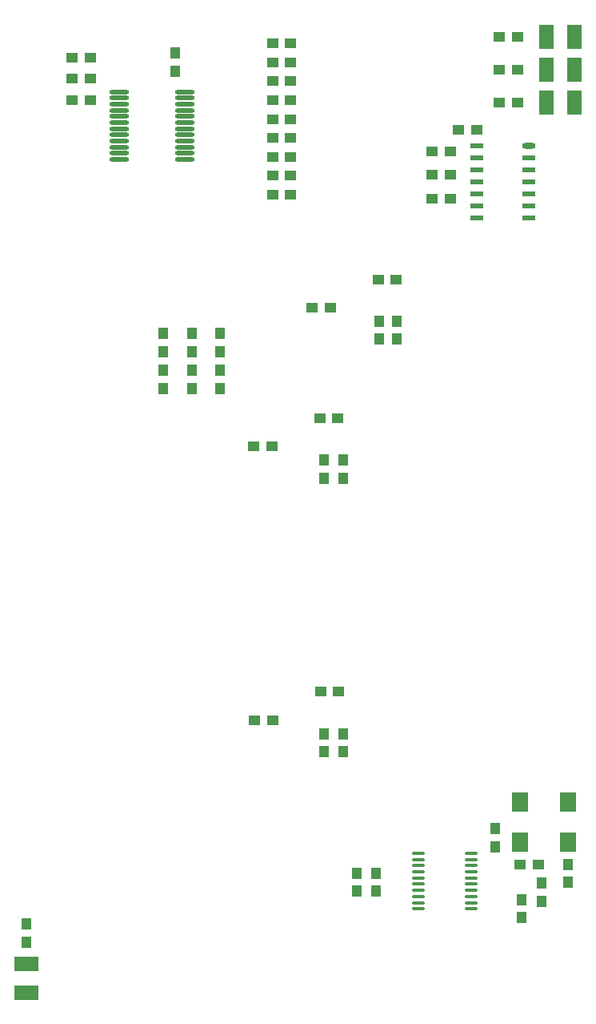
<source format=gbp>
G04 Layer_Color=128*
%FSLAX44Y44*%
%MOMM*%
G71*
G01*
G75*
%ADD10R,1.1400X1.2000*%
%ADD18R,1.2000X1.1400*%
%ADD39O,1.4500X0.6000*%
%ADD40R,1.4500X0.6000*%
%ADD41R,1.8000X2.0000*%
%ADD42O,2.1000X0.4500*%
%ADD43R,2.6000X1.5000*%
%ADD44O,1.5000X0.3500*%
%ADD45R,1.5000X2.6000*%
D10*
X806000Y112500D02*
D03*
Y131500D02*
D03*
X611000Y123250D02*
D03*
Y142250D02*
D03*
X631000Y142250D02*
D03*
Y123250D02*
D03*
X634000Y706500D02*
D03*
Y725500D02*
D03*
X653000Y725500D02*
D03*
Y706500D02*
D03*
X576000Y559500D02*
D03*
Y578500D02*
D03*
X596000Y578500D02*
D03*
Y559500D02*
D03*
X576000Y270500D02*
D03*
Y289500D02*
D03*
X596000Y289500D02*
D03*
Y270500D02*
D03*
X466000Y712500D02*
D03*
Y693500D02*
D03*
X418000Y1008500D02*
D03*
Y989500D02*
D03*
X261000Y88500D02*
D03*
Y69500D02*
D03*
X406000Y712500D02*
D03*
Y693500D02*
D03*
Y673500D02*
D03*
Y654500D02*
D03*
X436000Y712500D02*
D03*
Y693500D02*
D03*
Y673500D02*
D03*
Y654500D02*
D03*
X466000Y673500D02*
D03*
Y654500D02*
D03*
X834000Y151500D02*
D03*
Y132500D02*
D03*
X785000Y114250D02*
D03*
Y95250D02*
D03*
X757000Y189250D02*
D03*
Y170250D02*
D03*
D18*
X737500Y928000D02*
D03*
X718500D02*
D03*
X709500Y855000D02*
D03*
X690500D02*
D03*
X709500Y880000D02*
D03*
X690500D02*
D03*
X709500Y905000D02*
D03*
X572500Y334000D02*
D03*
X591500D02*
D03*
X633500Y769000D02*
D03*
X652500D02*
D03*
X520500Y593000D02*
D03*
X501500D02*
D03*
X571500Y623000D02*
D03*
X590500D02*
D03*
X521500Y304000D02*
D03*
X502500D02*
D03*
X328500Y1004000D02*
D03*
X309500D02*
D03*
X328500Y982000D02*
D03*
X309500D02*
D03*
X328500Y959000D02*
D03*
X309500D02*
D03*
X540500Y1019000D02*
D03*
X521500D02*
D03*
X540500Y999000D02*
D03*
X521500D02*
D03*
X540500Y979000D02*
D03*
X521500D02*
D03*
X540500Y959000D02*
D03*
X521500D02*
D03*
X540500Y939000D02*
D03*
X521500D02*
D03*
X540500Y919000D02*
D03*
X521500D02*
D03*
X540500Y899000D02*
D03*
X521500D02*
D03*
X540500Y879000D02*
D03*
X521500D02*
D03*
X540500Y859000D02*
D03*
X521500D02*
D03*
X582500Y740000D02*
D03*
X563500D02*
D03*
X802500Y151000D02*
D03*
X783500D02*
D03*
X690500Y905000D02*
D03*
X761500Y991000D02*
D03*
X780500D02*
D03*
X761500Y1026000D02*
D03*
X780500D02*
D03*
X761500Y956000D02*
D03*
X780500D02*
D03*
D39*
X792250Y911100D02*
D03*
D40*
Y898400D02*
D03*
Y885700D02*
D03*
Y873000D02*
D03*
Y860300D02*
D03*
Y847600D02*
D03*
Y834900D02*
D03*
X737750Y911100D02*
D03*
Y898400D02*
D03*
Y885700D02*
D03*
Y873000D02*
D03*
Y860300D02*
D03*
Y847600D02*
D03*
Y834900D02*
D03*
D41*
X834000Y217000D02*
D03*
Y175000D02*
D03*
X783200Y217000D02*
D03*
Y175000D02*
D03*
D42*
X359500Y896250D02*
D03*
Y902750D02*
D03*
Y909250D02*
D03*
Y915750D02*
D03*
Y922250D02*
D03*
Y928750D02*
D03*
Y935250D02*
D03*
Y941750D02*
D03*
Y948250D02*
D03*
Y954750D02*
D03*
Y961250D02*
D03*
Y967750D02*
D03*
X428500Y896250D02*
D03*
Y902750D02*
D03*
Y909250D02*
D03*
Y915750D02*
D03*
Y922250D02*
D03*
Y928750D02*
D03*
Y935250D02*
D03*
Y941750D02*
D03*
Y948250D02*
D03*
Y954750D02*
D03*
Y961250D02*
D03*
Y967750D02*
D03*
D43*
X261000Y16000D02*
D03*
Y46000D02*
D03*
D44*
X676000Y104500D02*
D03*
Y111000D02*
D03*
Y117500D02*
D03*
Y124000D02*
D03*
Y130500D02*
D03*
Y137000D02*
D03*
Y143500D02*
D03*
Y150000D02*
D03*
Y156500D02*
D03*
Y163000D02*
D03*
X732000Y104500D02*
D03*
Y111000D02*
D03*
Y117500D02*
D03*
Y124000D02*
D03*
Y130500D02*
D03*
Y137000D02*
D03*
Y143500D02*
D03*
Y150000D02*
D03*
Y156500D02*
D03*
Y163000D02*
D03*
D45*
X841000Y991000D02*
D03*
X811000D02*
D03*
X841000Y956000D02*
D03*
X811000D02*
D03*
X841000Y1026000D02*
D03*
X811000D02*
D03*
M02*

</source>
